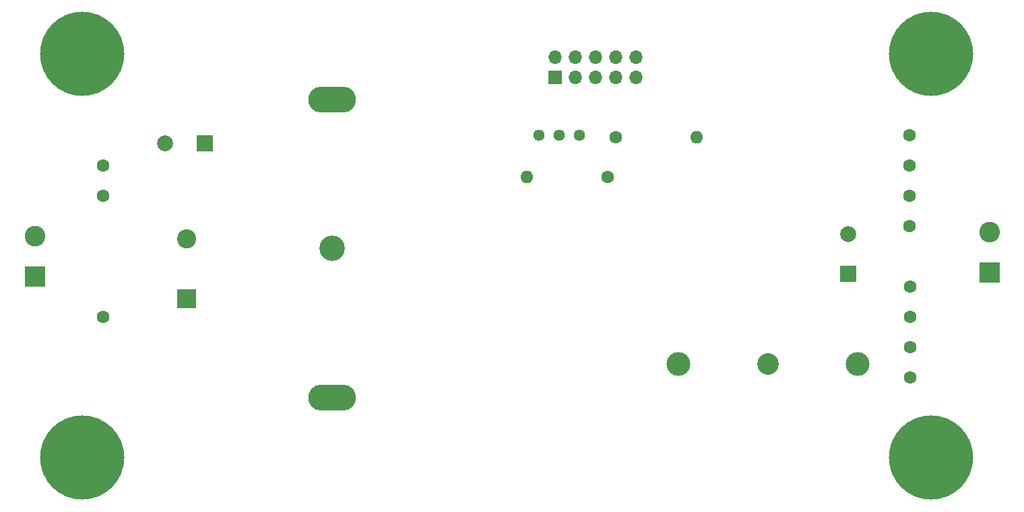
<source format=gbr>
%TF.GenerationSoftware,KiCad,Pcbnew,(5.1.4)-1*%
%TF.CreationDate,2021-09-18T23:44:11+01:00*%
%TF.ProjectId,DC_DC Converter circuit_2,44435f44-4320-4436-9f6e-766572746572,rev?*%
%TF.SameCoordinates,Original*%
%TF.FileFunction,Soldermask,Bot*%
%TF.FilePolarity,Negative*%
%FSLAX46Y46*%
G04 Gerber Fmt 4.6, Leading zero omitted, Abs format (unit mm)*
G04 Created by KiCad (PCBNEW (5.1.4)-1) date 2021-09-18 23:44:11*
%MOMM*%
%LPD*%
G04 APERTURE LIST*
%ADD10O,1.600000X1.600000*%
%ADD11C,1.600000*%
%ADD12C,2.600000*%
%ADD13R,2.600000X2.600000*%
%ADD14C,2.000000*%
%ADD15R,2.000000X2.000000*%
%ADD16C,2.400000*%
%ADD17R,2.400000X2.400000*%
%ADD18C,0.900000*%
%ADD19C,10.600000*%
%ADD20O,1.700000X1.700000*%
%ADD21R,1.700000X1.700000*%
%ADD22C,2.700000*%
%ADD23C,3.000000*%
%ADD24C,1.440000*%
%ADD25O,6.000000X3.250000*%
%ADD26C,3.200000*%
G04 APERTURE END LIST*
D10*
%TO.C,R1*%
X145840000Y-112000000D03*
D11*
X156000000Y-112000000D03*
%TD*%
D10*
%TO.C,R2*%
X167160000Y-107000000D03*
D11*
X157000000Y-107000000D03*
%TD*%
D12*
%TO.C,J1*%
X204000000Y-118920000D03*
D13*
X204000000Y-124000000D03*
%TD*%
D14*
%TO.C,C4*%
X100410000Y-107696000D03*
D15*
X105410000Y-107696000D03*
%TD*%
D16*
%TO.C,C5*%
X103124000Y-119754000D03*
D17*
X103124000Y-127254000D03*
%TD*%
D12*
%TO.C,J3*%
X84000000Y-119420000D03*
D13*
X84000000Y-124500000D03*
%TD*%
D11*
%TO.C,J4*%
X193950000Y-118130000D03*
X193950000Y-114320000D03*
X193950000Y-110510000D03*
X193950000Y-106700000D03*
%TD*%
%TO.C,J6*%
X92550000Y-129600000D03*
%TD*%
%TO.C,J7*%
X92550000Y-114310000D03*
X92550000Y-110500000D03*
%TD*%
%TO.C,J5*%
X194000000Y-137200000D03*
X194000000Y-133390000D03*
X194000000Y-129580000D03*
X194000000Y-125770000D03*
%TD*%
D18*
%TO.C,H1*%
X199435749Y-93689251D03*
X196625000Y-92525000D03*
X193814251Y-93689251D03*
X192650000Y-96500000D03*
X193814251Y-99310749D03*
X196625000Y-100475000D03*
X199435749Y-99310749D03*
X200600000Y-96500000D03*
D19*
X196625000Y-96500000D03*
%TD*%
D18*
%TO.C,H3*%
X92810749Y-93689251D03*
X90000000Y-92525000D03*
X87189251Y-93689251D03*
X86025000Y-96500000D03*
X87189251Y-99310749D03*
X90000000Y-100475000D03*
X92810749Y-99310749D03*
X93975000Y-96500000D03*
D19*
X90000000Y-96500000D03*
%TD*%
D20*
%TO.C,J2*%
X159545000Y-96860000D03*
X159545000Y-99400000D03*
X157005000Y-96860000D03*
X157005000Y-99400000D03*
X154465000Y-96860000D03*
X154465000Y-99400000D03*
X151925000Y-96860000D03*
X151925000Y-99400000D03*
X149385000Y-96860000D03*
D21*
X149385000Y-99400000D03*
%TD*%
D18*
%TO.C,H4*%
X92810749Y-144489251D03*
X90000000Y-143325000D03*
X87189251Y-144489251D03*
X86025000Y-147300000D03*
X87189251Y-150110749D03*
X90000000Y-151275000D03*
X92810749Y-150110749D03*
X93975000Y-147300000D03*
D19*
X90000000Y-147300000D03*
%TD*%
D18*
%TO.C,H2*%
X199435749Y-144489251D03*
X196625000Y-143325000D03*
X193814251Y-144489251D03*
X192650000Y-147300000D03*
X193814251Y-150110749D03*
X196625000Y-151275000D03*
X199435749Y-150110749D03*
X200600000Y-147300000D03*
D19*
X196625000Y-147300000D03*
%TD*%
D22*
%TO.C,F2*%
X176175000Y-135475000D03*
D23*
X164925000Y-135475000D03*
X187425000Y-135475000D03*
%TD*%
D24*
%TO.C,RV1*%
X147370000Y-106750000D03*
X149910000Y-106750000D03*
X152450000Y-106750000D03*
%TD*%
D25*
%TO.C,F1*%
X121412000Y-139700000D03*
X121412000Y-102200000D03*
D26*
X121412000Y-120950000D03*
%TD*%
D15*
%TO.C,C3*%
X186200000Y-124200000D03*
D14*
X186200000Y-119200000D03*
%TD*%
M02*

</source>
